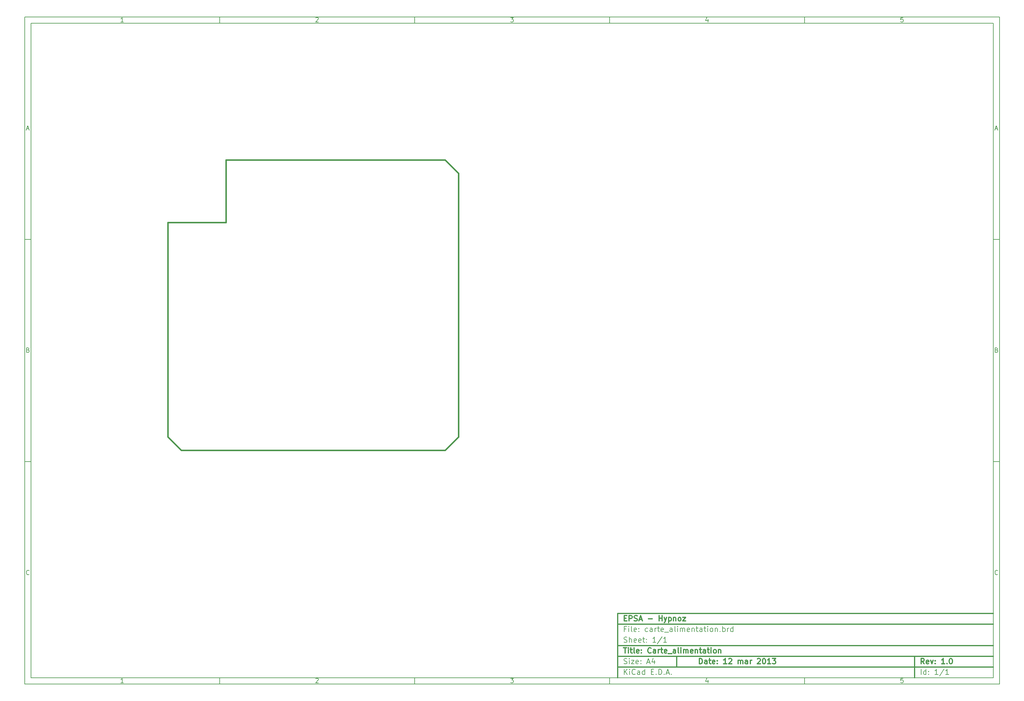
<source format=gbr>
G04 (created by PCBNEW-RS274X (2012-01-19 BZR 3256)-stable) date 12/03/2013 15:56:19*
G01*
G70*
G90*
%MOIN*%
G04 Gerber Fmt 3.4, Leading zero omitted, Abs format*
%FSLAX34Y34*%
G04 APERTURE LIST*
%ADD10C,0.006000*%
%ADD11C,0.012000*%
%ADD12C,0.015000*%
G04 APERTURE END LIST*
G54D10*
X04000Y-04000D02*
X113000Y-04000D01*
X113000Y-78670D01*
X04000Y-78670D01*
X04000Y-04000D01*
X04700Y-04700D02*
X112300Y-04700D01*
X112300Y-77970D01*
X04700Y-77970D01*
X04700Y-04700D01*
X25800Y-04000D02*
X25800Y-04700D01*
X15043Y-04552D02*
X14757Y-04552D01*
X14900Y-04552D02*
X14900Y-04052D01*
X14852Y-04124D01*
X14805Y-04171D01*
X14757Y-04195D01*
X25800Y-78670D02*
X25800Y-77970D01*
X15043Y-78522D02*
X14757Y-78522D01*
X14900Y-78522D02*
X14900Y-78022D01*
X14852Y-78094D01*
X14805Y-78141D01*
X14757Y-78165D01*
X47600Y-04000D02*
X47600Y-04700D01*
X36557Y-04100D02*
X36581Y-04076D01*
X36629Y-04052D01*
X36748Y-04052D01*
X36795Y-04076D01*
X36819Y-04100D01*
X36843Y-04148D01*
X36843Y-04195D01*
X36819Y-04267D01*
X36533Y-04552D01*
X36843Y-04552D01*
X47600Y-78670D02*
X47600Y-77970D01*
X36557Y-78070D02*
X36581Y-78046D01*
X36629Y-78022D01*
X36748Y-78022D01*
X36795Y-78046D01*
X36819Y-78070D01*
X36843Y-78118D01*
X36843Y-78165D01*
X36819Y-78237D01*
X36533Y-78522D01*
X36843Y-78522D01*
X69400Y-04000D02*
X69400Y-04700D01*
X58333Y-04052D02*
X58643Y-04052D01*
X58476Y-04243D01*
X58548Y-04243D01*
X58595Y-04267D01*
X58619Y-04290D01*
X58643Y-04338D01*
X58643Y-04457D01*
X58619Y-04505D01*
X58595Y-04529D01*
X58548Y-04552D01*
X58405Y-04552D01*
X58357Y-04529D01*
X58333Y-04505D01*
X69400Y-78670D02*
X69400Y-77970D01*
X58333Y-78022D02*
X58643Y-78022D01*
X58476Y-78213D01*
X58548Y-78213D01*
X58595Y-78237D01*
X58619Y-78260D01*
X58643Y-78308D01*
X58643Y-78427D01*
X58619Y-78475D01*
X58595Y-78499D01*
X58548Y-78522D01*
X58405Y-78522D01*
X58357Y-78499D01*
X58333Y-78475D01*
X91200Y-04000D02*
X91200Y-04700D01*
X80395Y-04219D02*
X80395Y-04552D01*
X80276Y-04029D02*
X80157Y-04386D01*
X80467Y-04386D01*
X91200Y-78670D02*
X91200Y-77970D01*
X80395Y-78189D02*
X80395Y-78522D01*
X80276Y-77999D02*
X80157Y-78356D01*
X80467Y-78356D01*
X102219Y-04052D02*
X101981Y-04052D01*
X101957Y-04290D01*
X101981Y-04267D01*
X102029Y-04243D01*
X102148Y-04243D01*
X102195Y-04267D01*
X102219Y-04290D01*
X102243Y-04338D01*
X102243Y-04457D01*
X102219Y-04505D01*
X102195Y-04529D01*
X102148Y-04552D01*
X102029Y-04552D01*
X101981Y-04529D01*
X101957Y-04505D01*
X102219Y-78022D02*
X101981Y-78022D01*
X101957Y-78260D01*
X101981Y-78237D01*
X102029Y-78213D01*
X102148Y-78213D01*
X102195Y-78237D01*
X102219Y-78260D01*
X102243Y-78308D01*
X102243Y-78427D01*
X102219Y-78475D01*
X102195Y-78499D01*
X102148Y-78522D01*
X102029Y-78522D01*
X101981Y-78499D01*
X101957Y-78475D01*
X04000Y-28890D02*
X04700Y-28890D01*
X04231Y-16510D02*
X04469Y-16510D01*
X04184Y-16652D02*
X04350Y-16152D01*
X04517Y-16652D01*
X113000Y-28890D02*
X112300Y-28890D01*
X112531Y-16510D02*
X112769Y-16510D01*
X112484Y-16652D02*
X112650Y-16152D01*
X112817Y-16652D01*
X04000Y-53780D02*
X04700Y-53780D01*
X04386Y-41280D02*
X04457Y-41304D01*
X04481Y-41328D01*
X04505Y-41376D01*
X04505Y-41447D01*
X04481Y-41495D01*
X04457Y-41519D01*
X04410Y-41542D01*
X04219Y-41542D01*
X04219Y-41042D01*
X04386Y-41042D01*
X04433Y-41066D01*
X04457Y-41090D01*
X04481Y-41138D01*
X04481Y-41185D01*
X04457Y-41233D01*
X04433Y-41257D01*
X04386Y-41280D01*
X04219Y-41280D01*
X113000Y-53780D02*
X112300Y-53780D01*
X112686Y-41280D02*
X112757Y-41304D01*
X112781Y-41328D01*
X112805Y-41376D01*
X112805Y-41447D01*
X112781Y-41495D01*
X112757Y-41519D01*
X112710Y-41542D01*
X112519Y-41542D01*
X112519Y-41042D01*
X112686Y-41042D01*
X112733Y-41066D01*
X112757Y-41090D01*
X112781Y-41138D01*
X112781Y-41185D01*
X112757Y-41233D01*
X112733Y-41257D01*
X112686Y-41280D01*
X112519Y-41280D01*
X04505Y-66385D02*
X04481Y-66409D01*
X04410Y-66432D01*
X04362Y-66432D01*
X04290Y-66409D01*
X04243Y-66361D01*
X04219Y-66313D01*
X04195Y-66218D01*
X04195Y-66147D01*
X04219Y-66051D01*
X04243Y-66004D01*
X04290Y-65956D01*
X04362Y-65932D01*
X04410Y-65932D01*
X04481Y-65956D01*
X04505Y-65980D01*
X112805Y-66385D02*
X112781Y-66409D01*
X112710Y-66432D01*
X112662Y-66432D01*
X112590Y-66409D01*
X112543Y-66361D01*
X112519Y-66313D01*
X112495Y-66218D01*
X112495Y-66147D01*
X112519Y-66051D01*
X112543Y-66004D01*
X112590Y-65956D01*
X112662Y-65932D01*
X112710Y-65932D01*
X112781Y-65956D01*
X112805Y-65980D01*
G54D11*
X79443Y-76413D02*
X79443Y-75813D01*
X79586Y-75813D01*
X79671Y-75841D01*
X79729Y-75899D01*
X79757Y-75956D01*
X79786Y-76070D01*
X79786Y-76156D01*
X79757Y-76270D01*
X79729Y-76327D01*
X79671Y-76384D01*
X79586Y-76413D01*
X79443Y-76413D01*
X80300Y-76413D02*
X80300Y-76099D01*
X80271Y-76041D01*
X80214Y-76013D01*
X80100Y-76013D01*
X80043Y-76041D01*
X80300Y-76384D02*
X80243Y-76413D01*
X80100Y-76413D01*
X80043Y-76384D01*
X80014Y-76327D01*
X80014Y-76270D01*
X80043Y-76213D01*
X80100Y-76184D01*
X80243Y-76184D01*
X80300Y-76156D01*
X80500Y-76013D02*
X80729Y-76013D01*
X80586Y-75813D02*
X80586Y-76327D01*
X80614Y-76384D01*
X80672Y-76413D01*
X80729Y-76413D01*
X81157Y-76384D02*
X81100Y-76413D01*
X80986Y-76413D01*
X80929Y-76384D01*
X80900Y-76327D01*
X80900Y-76099D01*
X80929Y-76041D01*
X80986Y-76013D01*
X81100Y-76013D01*
X81157Y-76041D01*
X81186Y-76099D01*
X81186Y-76156D01*
X80900Y-76213D01*
X81443Y-76356D02*
X81471Y-76384D01*
X81443Y-76413D01*
X81414Y-76384D01*
X81443Y-76356D01*
X81443Y-76413D01*
X81443Y-76041D02*
X81471Y-76070D01*
X81443Y-76099D01*
X81414Y-76070D01*
X81443Y-76041D01*
X81443Y-76099D01*
X82500Y-76413D02*
X82157Y-76413D01*
X82329Y-76413D02*
X82329Y-75813D01*
X82272Y-75899D01*
X82214Y-75956D01*
X82157Y-75984D01*
X82728Y-75870D02*
X82757Y-75841D01*
X82814Y-75813D01*
X82957Y-75813D01*
X83014Y-75841D01*
X83043Y-75870D01*
X83071Y-75927D01*
X83071Y-75984D01*
X83043Y-76070D01*
X82700Y-76413D01*
X83071Y-76413D01*
X83785Y-76413D02*
X83785Y-76013D01*
X83785Y-76070D02*
X83813Y-76041D01*
X83871Y-76013D01*
X83956Y-76013D01*
X84013Y-76041D01*
X84042Y-76099D01*
X84042Y-76413D01*
X84042Y-76099D02*
X84071Y-76041D01*
X84128Y-76013D01*
X84213Y-76013D01*
X84271Y-76041D01*
X84299Y-76099D01*
X84299Y-76413D01*
X84842Y-76413D02*
X84842Y-76099D01*
X84813Y-76041D01*
X84756Y-76013D01*
X84642Y-76013D01*
X84585Y-76041D01*
X84842Y-76384D02*
X84785Y-76413D01*
X84642Y-76413D01*
X84585Y-76384D01*
X84556Y-76327D01*
X84556Y-76270D01*
X84585Y-76213D01*
X84642Y-76184D01*
X84785Y-76184D01*
X84842Y-76156D01*
X85128Y-76413D02*
X85128Y-76013D01*
X85128Y-76127D02*
X85156Y-76070D01*
X85185Y-76041D01*
X85242Y-76013D01*
X85299Y-76013D01*
X85927Y-75870D02*
X85956Y-75841D01*
X86013Y-75813D01*
X86156Y-75813D01*
X86213Y-75841D01*
X86242Y-75870D01*
X86270Y-75927D01*
X86270Y-75984D01*
X86242Y-76070D01*
X85899Y-76413D01*
X86270Y-76413D01*
X86641Y-75813D02*
X86698Y-75813D01*
X86755Y-75841D01*
X86784Y-75870D01*
X86813Y-75927D01*
X86841Y-76041D01*
X86841Y-76184D01*
X86813Y-76299D01*
X86784Y-76356D01*
X86755Y-76384D01*
X86698Y-76413D01*
X86641Y-76413D01*
X86584Y-76384D01*
X86555Y-76356D01*
X86527Y-76299D01*
X86498Y-76184D01*
X86498Y-76041D01*
X86527Y-75927D01*
X86555Y-75870D01*
X86584Y-75841D01*
X86641Y-75813D01*
X87412Y-76413D02*
X87069Y-76413D01*
X87241Y-76413D02*
X87241Y-75813D01*
X87184Y-75899D01*
X87126Y-75956D01*
X87069Y-75984D01*
X87612Y-75813D02*
X87983Y-75813D01*
X87783Y-76041D01*
X87869Y-76041D01*
X87926Y-76070D01*
X87955Y-76099D01*
X87983Y-76156D01*
X87983Y-76299D01*
X87955Y-76356D01*
X87926Y-76384D01*
X87869Y-76413D01*
X87697Y-76413D01*
X87640Y-76384D01*
X87612Y-76356D01*
G54D10*
X71043Y-77613D02*
X71043Y-77013D01*
X71386Y-77613D02*
X71129Y-77270D01*
X71386Y-77013D02*
X71043Y-77356D01*
X71643Y-77613D02*
X71643Y-77213D01*
X71643Y-77013D02*
X71614Y-77041D01*
X71643Y-77070D01*
X71671Y-77041D01*
X71643Y-77013D01*
X71643Y-77070D01*
X72272Y-77556D02*
X72243Y-77584D01*
X72157Y-77613D01*
X72100Y-77613D01*
X72015Y-77584D01*
X71957Y-77527D01*
X71929Y-77470D01*
X71900Y-77356D01*
X71900Y-77270D01*
X71929Y-77156D01*
X71957Y-77099D01*
X72015Y-77041D01*
X72100Y-77013D01*
X72157Y-77013D01*
X72243Y-77041D01*
X72272Y-77070D01*
X72786Y-77613D02*
X72786Y-77299D01*
X72757Y-77241D01*
X72700Y-77213D01*
X72586Y-77213D01*
X72529Y-77241D01*
X72786Y-77584D02*
X72729Y-77613D01*
X72586Y-77613D01*
X72529Y-77584D01*
X72500Y-77527D01*
X72500Y-77470D01*
X72529Y-77413D01*
X72586Y-77384D01*
X72729Y-77384D01*
X72786Y-77356D01*
X73329Y-77613D02*
X73329Y-77013D01*
X73329Y-77584D02*
X73272Y-77613D01*
X73158Y-77613D01*
X73100Y-77584D01*
X73072Y-77556D01*
X73043Y-77499D01*
X73043Y-77327D01*
X73072Y-77270D01*
X73100Y-77241D01*
X73158Y-77213D01*
X73272Y-77213D01*
X73329Y-77241D01*
X74072Y-77299D02*
X74272Y-77299D01*
X74358Y-77613D02*
X74072Y-77613D01*
X74072Y-77013D01*
X74358Y-77013D01*
X74615Y-77556D02*
X74643Y-77584D01*
X74615Y-77613D01*
X74586Y-77584D01*
X74615Y-77556D01*
X74615Y-77613D01*
X74901Y-77613D02*
X74901Y-77013D01*
X75044Y-77013D01*
X75129Y-77041D01*
X75187Y-77099D01*
X75215Y-77156D01*
X75244Y-77270D01*
X75244Y-77356D01*
X75215Y-77470D01*
X75187Y-77527D01*
X75129Y-77584D01*
X75044Y-77613D01*
X74901Y-77613D01*
X75501Y-77556D02*
X75529Y-77584D01*
X75501Y-77613D01*
X75472Y-77584D01*
X75501Y-77556D01*
X75501Y-77613D01*
X75758Y-77441D02*
X76044Y-77441D01*
X75701Y-77613D02*
X75901Y-77013D01*
X76101Y-77613D01*
X76301Y-77556D02*
X76329Y-77584D01*
X76301Y-77613D01*
X76272Y-77584D01*
X76301Y-77556D01*
X76301Y-77613D01*
G54D11*
X104586Y-76413D02*
X104386Y-76127D01*
X104243Y-76413D02*
X104243Y-75813D01*
X104471Y-75813D01*
X104529Y-75841D01*
X104557Y-75870D01*
X104586Y-75927D01*
X104586Y-76013D01*
X104557Y-76070D01*
X104529Y-76099D01*
X104471Y-76127D01*
X104243Y-76127D01*
X105071Y-76384D02*
X105014Y-76413D01*
X104900Y-76413D01*
X104843Y-76384D01*
X104814Y-76327D01*
X104814Y-76099D01*
X104843Y-76041D01*
X104900Y-76013D01*
X105014Y-76013D01*
X105071Y-76041D01*
X105100Y-76099D01*
X105100Y-76156D01*
X104814Y-76213D01*
X105300Y-76013D02*
X105443Y-76413D01*
X105585Y-76013D01*
X105814Y-76356D02*
X105842Y-76384D01*
X105814Y-76413D01*
X105785Y-76384D01*
X105814Y-76356D01*
X105814Y-76413D01*
X105814Y-76041D02*
X105842Y-76070D01*
X105814Y-76099D01*
X105785Y-76070D01*
X105814Y-76041D01*
X105814Y-76099D01*
X106871Y-76413D02*
X106528Y-76413D01*
X106700Y-76413D02*
X106700Y-75813D01*
X106643Y-75899D01*
X106585Y-75956D01*
X106528Y-75984D01*
X107128Y-76356D02*
X107156Y-76384D01*
X107128Y-76413D01*
X107099Y-76384D01*
X107128Y-76356D01*
X107128Y-76413D01*
X107528Y-75813D02*
X107585Y-75813D01*
X107642Y-75841D01*
X107671Y-75870D01*
X107700Y-75927D01*
X107728Y-76041D01*
X107728Y-76184D01*
X107700Y-76299D01*
X107671Y-76356D01*
X107642Y-76384D01*
X107585Y-76413D01*
X107528Y-76413D01*
X107471Y-76384D01*
X107442Y-76356D01*
X107414Y-76299D01*
X107385Y-76184D01*
X107385Y-76041D01*
X107414Y-75927D01*
X107442Y-75870D01*
X107471Y-75841D01*
X107528Y-75813D01*
G54D10*
X71014Y-76384D02*
X71100Y-76413D01*
X71243Y-76413D01*
X71300Y-76384D01*
X71329Y-76356D01*
X71357Y-76299D01*
X71357Y-76241D01*
X71329Y-76184D01*
X71300Y-76156D01*
X71243Y-76127D01*
X71129Y-76099D01*
X71071Y-76070D01*
X71043Y-76041D01*
X71014Y-75984D01*
X71014Y-75927D01*
X71043Y-75870D01*
X71071Y-75841D01*
X71129Y-75813D01*
X71271Y-75813D01*
X71357Y-75841D01*
X71614Y-76413D02*
X71614Y-76013D01*
X71614Y-75813D02*
X71585Y-75841D01*
X71614Y-75870D01*
X71642Y-75841D01*
X71614Y-75813D01*
X71614Y-75870D01*
X71843Y-76013D02*
X72157Y-76013D01*
X71843Y-76413D01*
X72157Y-76413D01*
X72614Y-76384D02*
X72557Y-76413D01*
X72443Y-76413D01*
X72386Y-76384D01*
X72357Y-76327D01*
X72357Y-76099D01*
X72386Y-76041D01*
X72443Y-76013D01*
X72557Y-76013D01*
X72614Y-76041D01*
X72643Y-76099D01*
X72643Y-76156D01*
X72357Y-76213D01*
X72900Y-76356D02*
X72928Y-76384D01*
X72900Y-76413D01*
X72871Y-76384D01*
X72900Y-76356D01*
X72900Y-76413D01*
X72900Y-76041D02*
X72928Y-76070D01*
X72900Y-76099D01*
X72871Y-76070D01*
X72900Y-76041D01*
X72900Y-76099D01*
X73614Y-76241D02*
X73900Y-76241D01*
X73557Y-76413D02*
X73757Y-75813D01*
X73957Y-76413D01*
X74414Y-76013D02*
X74414Y-76413D01*
X74271Y-75784D02*
X74128Y-76213D01*
X74500Y-76213D01*
X104243Y-77613D02*
X104243Y-77013D01*
X104786Y-77613D02*
X104786Y-77013D01*
X104786Y-77584D02*
X104729Y-77613D01*
X104615Y-77613D01*
X104557Y-77584D01*
X104529Y-77556D01*
X104500Y-77499D01*
X104500Y-77327D01*
X104529Y-77270D01*
X104557Y-77241D01*
X104615Y-77213D01*
X104729Y-77213D01*
X104786Y-77241D01*
X105072Y-77556D02*
X105100Y-77584D01*
X105072Y-77613D01*
X105043Y-77584D01*
X105072Y-77556D01*
X105072Y-77613D01*
X105072Y-77241D02*
X105100Y-77270D01*
X105072Y-77299D01*
X105043Y-77270D01*
X105072Y-77241D01*
X105072Y-77299D01*
X106129Y-77613D02*
X105786Y-77613D01*
X105958Y-77613D02*
X105958Y-77013D01*
X105901Y-77099D01*
X105843Y-77156D01*
X105786Y-77184D01*
X106814Y-76984D02*
X106300Y-77756D01*
X107329Y-77613D02*
X106986Y-77613D01*
X107158Y-77613D02*
X107158Y-77013D01*
X107101Y-77099D01*
X107043Y-77156D01*
X106986Y-77184D01*
G54D11*
X70957Y-74613D02*
X71300Y-74613D01*
X71129Y-75213D02*
X71129Y-74613D01*
X71500Y-75213D02*
X71500Y-74813D01*
X71500Y-74613D02*
X71471Y-74641D01*
X71500Y-74670D01*
X71528Y-74641D01*
X71500Y-74613D01*
X71500Y-74670D01*
X71700Y-74813D02*
X71929Y-74813D01*
X71786Y-74613D02*
X71786Y-75127D01*
X71814Y-75184D01*
X71872Y-75213D01*
X71929Y-75213D01*
X72215Y-75213D02*
X72157Y-75184D01*
X72129Y-75127D01*
X72129Y-74613D01*
X72671Y-75184D02*
X72614Y-75213D01*
X72500Y-75213D01*
X72443Y-75184D01*
X72414Y-75127D01*
X72414Y-74899D01*
X72443Y-74841D01*
X72500Y-74813D01*
X72614Y-74813D01*
X72671Y-74841D01*
X72700Y-74899D01*
X72700Y-74956D01*
X72414Y-75013D01*
X72957Y-75156D02*
X72985Y-75184D01*
X72957Y-75213D01*
X72928Y-75184D01*
X72957Y-75156D01*
X72957Y-75213D01*
X72957Y-74841D02*
X72985Y-74870D01*
X72957Y-74899D01*
X72928Y-74870D01*
X72957Y-74841D01*
X72957Y-74899D01*
X74043Y-75156D02*
X74014Y-75184D01*
X73928Y-75213D01*
X73871Y-75213D01*
X73786Y-75184D01*
X73728Y-75127D01*
X73700Y-75070D01*
X73671Y-74956D01*
X73671Y-74870D01*
X73700Y-74756D01*
X73728Y-74699D01*
X73786Y-74641D01*
X73871Y-74613D01*
X73928Y-74613D01*
X74014Y-74641D01*
X74043Y-74670D01*
X74557Y-75213D02*
X74557Y-74899D01*
X74528Y-74841D01*
X74471Y-74813D01*
X74357Y-74813D01*
X74300Y-74841D01*
X74557Y-75184D02*
X74500Y-75213D01*
X74357Y-75213D01*
X74300Y-75184D01*
X74271Y-75127D01*
X74271Y-75070D01*
X74300Y-75013D01*
X74357Y-74984D01*
X74500Y-74984D01*
X74557Y-74956D01*
X74843Y-75213D02*
X74843Y-74813D01*
X74843Y-74927D02*
X74871Y-74870D01*
X74900Y-74841D01*
X74957Y-74813D01*
X75014Y-74813D01*
X75128Y-74813D02*
X75357Y-74813D01*
X75214Y-74613D02*
X75214Y-75127D01*
X75242Y-75184D01*
X75300Y-75213D01*
X75357Y-75213D01*
X75785Y-75184D02*
X75728Y-75213D01*
X75614Y-75213D01*
X75557Y-75184D01*
X75528Y-75127D01*
X75528Y-74899D01*
X75557Y-74841D01*
X75614Y-74813D01*
X75728Y-74813D01*
X75785Y-74841D01*
X75814Y-74899D01*
X75814Y-74956D01*
X75528Y-75013D01*
X75928Y-75270D02*
X76385Y-75270D01*
X76785Y-75213D02*
X76785Y-74899D01*
X76756Y-74841D01*
X76699Y-74813D01*
X76585Y-74813D01*
X76528Y-74841D01*
X76785Y-75184D02*
X76728Y-75213D01*
X76585Y-75213D01*
X76528Y-75184D01*
X76499Y-75127D01*
X76499Y-75070D01*
X76528Y-75013D01*
X76585Y-74984D01*
X76728Y-74984D01*
X76785Y-74956D01*
X77157Y-75213D02*
X77099Y-75184D01*
X77071Y-75127D01*
X77071Y-74613D01*
X77385Y-75213D02*
X77385Y-74813D01*
X77385Y-74613D02*
X77356Y-74641D01*
X77385Y-74670D01*
X77413Y-74641D01*
X77385Y-74613D01*
X77385Y-74670D01*
X77671Y-75213D02*
X77671Y-74813D01*
X77671Y-74870D02*
X77699Y-74841D01*
X77757Y-74813D01*
X77842Y-74813D01*
X77899Y-74841D01*
X77928Y-74899D01*
X77928Y-75213D01*
X77928Y-74899D02*
X77957Y-74841D01*
X78014Y-74813D01*
X78099Y-74813D01*
X78157Y-74841D01*
X78185Y-74899D01*
X78185Y-75213D01*
X78699Y-75184D02*
X78642Y-75213D01*
X78528Y-75213D01*
X78471Y-75184D01*
X78442Y-75127D01*
X78442Y-74899D01*
X78471Y-74841D01*
X78528Y-74813D01*
X78642Y-74813D01*
X78699Y-74841D01*
X78728Y-74899D01*
X78728Y-74956D01*
X78442Y-75013D01*
X78985Y-74813D02*
X78985Y-75213D01*
X78985Y-74870D02*
X79013Y-74841D01*
X79071Y-74813D01*
X79156Y-74813D01*
X79213Y-74841D01*
X79242Y-74899D01*
X79242Y-75213D01*
X79442Y-74813D02*
X79671Y-74813D01*
X79528Y-74613D02*
X79528Y-75127D01*
X79556Y-75184D01*
X79614Y-75213D01*
X79671Y-75213D01*
X80128Y-75213D02*
X80128Y-74899D01*
X80099Y-74841D01*
X80042Y-74813D01*
X79928Y-74813D01*
X79871Y-74841D01*
X80128Y-75184D02*
X80071Y-75213D01*
X79928Y-75213D01*
X79871Y-75184D01*
X79842Y-75127D01*
X79842Y-75070D01*
X79871Y-75013D01*
X79928Y-74984D01*
X80071Y-74984D01*
X80128Y-74956D01*
X80328Y-74813D02*
X80557Y-74813D01*
X80414Y-74613D02*
X80414Y-75127D01*
X80442Y-75184D01*
X80500Y-75213D01*
X80557Y-75213D01*
X80757Y-75213D02*
X80757Y-74813D01*
X80757Y-74613D02*
X80728Y-74641D01*
X80757Y-74670D01*
X80785Y-74641D01*
X80757Y-74613D01*
X80757Y-74670D01*
X81129Y-75213D02*
X81071Y-75184D01*
X81043Y-75156D01*
X81014Y-75099D01*
X81014Y-74927D01*
X81043Y-74870D01*
X81071Y-74841D01*
X81129Y-74813D01*
X81214Y-74813D01*
X81271Y-74841D01*
X81300Y-74870D01*
X81329Y-74927D01*
X81329Y-75099D01*
X81300Y-75156D01*
X81271Y-75184D01*
X81214Y-75213D01*
X81129Y-75213D01*
X81586Y-74813D02*
X81586Y-75213D01*
X81586Y-74870D02*
X81614Y-74841D01*
X81672Y-74813D01*
X81757Y-74813D01*
X81814Y-74841D01*
X81843Y-74899D01*
X81843Y-75213D01*
G54D10*
X71243Y-72499D02*
X71043Y-72499D01*
X71043Y-72813D02*
X71043Y-72213D01*
X71329Y-72213D01*
X71557Y-72813D02*
X71557Y-72413D01*
X71557Y-72213D02*
X71528Y-72241D01*
X71557Y-72270D01*
X71585Y-72241D01*
X71557Y-72213D01*
X71557Y-72270D01*
X71929Y-72813D02*
X71871Y-72784D01*
X71843Y-72727D01*
X71843Y-72213D01*
X72385Y-72784D02*
X72328Y-72813D01*
X72214Y-72813D01*
X72157Y-72784D01*
X72128Y-72727D01*
X72128Y-72499D01*
X72157Y-72441D01*
X72214Y-72413D01*
X72328Y-72413D01*
X72385Y-72441D01*
X72414Y-72499D01*
X72414Y-72556D01*
X72128Y-72613D01*
X72671Y-72756D02*
X72699Y-72784D01*
X72671Y-72813D01*
X72642Y-72784D01*
X72671Y-72756D01*
X72671Y-72813D01*
X72671Y-72441D02*
X72699Y-72470D01*
X72671Y-72499D01*
X72642Y-72470D01*
X72671Y-72441D01*
X72671Y-72499D01*
X73671Y-72784D02*
X73614Y-72813D01*
X73500Y-72813D01*
X73442Y-72784D01*
X73414Y-72756D01*
X73385Y-72699D01*
X73385Y-72527D01*
X73414Y-72470D01*
X73442Y-72441D01*
X73500Y-72413D01*
X73614Y-72413D01*
X73671Y-72441D01*
X74185Y-72813D02*
X74185Y-72499D01*
X74156Y-72441D01*
X74099Y-72413D01*
X73985Y-72413D01*
X73928Y-72441D01*
X74185Y-72784D02*
X74128Y-72813D01*
X73985Y-72813D01*
X73928Y-72784D01*
X73899Y-72727D01*
X73899Y-72670D01*
X73928Y-72613D01*
X73985Y-72584D01*
X74128Y-72584D01*
X74185Y-72556D01*
X74471Y-72813D02*
X74471Y-72413D01*
X74471Y-72527D02*
X74499Y-72470D01*
X74528Y-72441D01*
X74585Y-72413D01*
X74642Y-72413D01*
X74756Y-72413D02*
X74985Y-72413D01*
X74842Y-72213D02*
X74842Y-72727D01*
X74870Y-72784D01*
X74928Y-72813D01*
X74985Y-72813D01*
X75413Y-72784D02*
X75356Y-72813D01*
X75242Y-72813D01*
X75185Y-72784D01*
X75156Y-72727D01*
X75156Y-72499D01*
X75185Y-72441D01*
X75242Y-72413D01*
X75356Y-72413D01*
X75413Y-72441D01*
X75442Y-72499D01*
X75442Y-72556D01*
X75156Y-72613D01*
X75556Y-72870D02*
X76013Y-72870D01*
X76413Y-72813D02*
X76413Y-72499D01*
X76384Y-72441D01*
X76327Y-72413D01*
X76213Y-72413D01*
X76156Y-72441D01*
X76413Y-72784D02*
X76356Y-72813D01*
X76213Y-72813D01*
X76156Y-72784D01*
X76127Y-72727D01*
X76127Y-72670D01*
X76156Y-72613D01*
X76213Y-72584D01*
X76356Y-72584D01*
X76413Y-72556D01*
X76785Y-72813D02*
X76727Y-72784D01*
X76699Y-72727D01*
X76699Y-72213D01*
X77013Y-72813D02*
X77013Y-72413D01*
X77013Y-72213D02*
X76984Y-72241D01*
X77013Y-72270D01*
X77041Y-72241D01*
X77013Y-72213D01*
X77013Y-72270D01*
X77299Y-72813D02*
X77299Y-72413D01*
X77299Y-72470D02*
X77327Y-72441D01*
X77385Y-72413D01*
X77470Y-72413D01*
X77527Y-72441D01*
X77556Y-72499D01*
X77556Y-72813D01*
X77556Y-72499D02*
X77585Y-72441D01*
X77642Y-72413D01*
X77727Y-72413D01*
X77785Y-72441D01*
X77813Y-72499D01*
X77813Y-72813D01*
X78327Y-72784D02*
X78270Y-72813D01*
X78156Y-72813D01*
X78099Y-72784D01*
X78070Y-72727D01*
X78070Y-72499D01*
X78099Y-72441D01*
X78156Y-72413D01*
X78270Y-72413D01*
X78327Y-72441D01*
X78356Y-72499D01*
X78356Y-72556D01*
X78070Y-72613D01*
X78613Y-72413D02*
X78613Y-72813D01*
X78613Y-72470D02*
X78641Y-72441D01*
X78699Y-72413D01*
X78784Y-72413D01*
X78841Y-72441D01*
X78870Y-72499D01*
X78870Y-72813D01*
X79070Y-72413D02*
X79299Y-72413D01*
X79156Y-72213D02*
X79156Y-72727D01*
X79184Y-72784D01*
X79242Y-72813D01*
X79299Y-72813D01*
X79756Y-72813D02*
X79756Y-72499D01*
X79727Y-72441D01*
X79670Y-72413D01*
X79556Y-72413D01*
X79499Y-72441D01*
X79756Y-72784D02*
X79699Y-72813D01*
X79556Y-72813D01*
X79499Y-72784D01*
X79470Y-72727D01*
X79470Y-72670D01*
X79499Y-72613D01*
X79556Y-72584D01*
X79699Y-72584D01*
X79756Y-72556D01*
X79956Y-72413D02*
X80185Y-72413D01*
X80042Y-72213D02*
X80042Y-72727D01*
X80070Y-72784D01*
X80128Y-72813D01*
X80185Y-72813D01*
X80385Y-72813D02*
X80385Y-72413D01*
X80385Y-72213D02*
X80356Y-72241D01*
X80385Y-72270D01*
X80413Y-72241D01*
X80385Y-72213D01*
X80385Y-72270D01*
X80757Y-72813D02*
X80699Y-72784D01*
X80671Y-72756D01*
X80642Y-72699D01*
X80642Y-72527D01*
X80671Y-72470D01*
X80699Y-72441D01*
X80757Y-72413D01*
X80842Y-72413D01*
X80899Y-72441D01*
X80928Y-72470D01*
X80957Y-72527D01*
X80957Y-72699D01*
X80928Y-72756D01*
X80899Y-72784D01*
X80842Y-72813D01*
X80757Y-72813D01*
X81214Y-72413D02*
X81214Y-72813D01*
X81214Y-72470D02*
X81242Y-72441D01*
X81300Y-72413D01*
X81385Y-72413D01*
X81442Y-72441D01*
X81471Y-72499D01*
X81471Y-72813D01*
X81757Y-72756D02*
X81785Y-72784D01*
X81757Y-72813D01*
X81728Y-72784D01*
X81757Y-72756D01*
X81757Y-72813D01*
X82043Y-72813D02*
X82043Y-72213D01*
X82043Y-72441D02*
X82100Y-72413D01*
X82214Y-72413D01*
X82271Y-72441D01*
X82300Y-72470D01*
X82329Y-72527D01*
X82329Y-72699D01*
X82300Y-72756D01*
X82271Y-72784D01*
X82214Y-72813D01*
X82100Y-72813D01*
X82043Y-72784D01*
X82586Y-72813D02*
X82586Y-72413D01*
X82586Y-72527D02*
X82614Y-72470D01*
X82643Y-72441D01*
X82700Y-72413D01*
X82757Y-72413D01*
X83214Y-72813D02*
X83214Y-72213D01*
X83214Y-72784D02*
X83157Y-72813D01*
X83043Y-72813D01*
X82985Y-72784D01*
X82957Y-72756D01*
X82928Y-72699D01*
X82928Y-72527D01*
X82957Y-72470D01*
X82985Y-72441D01*
X83043Y-72413D01*
X83157Y-72413D01*
X83214Y-72441D01*
X71014Y-73984D02*
X71100Y-74013D01*
X71243Y-74013D01*
X71300Y-73984D01*
X71329Y-73956D01*
X71357Y-73899D01*
X71357Y-73841D01*
X71329Y-73784D01*
X71300Y-73756D01*
X71243Y-73727D01*
X71129Y-73699D01*
X71071Y-73670D01*
X71043Y-73641D01*
X71014Y-73584D01*
X71014Y-73527D01*
X71043Y-73470D01*
X71071Y-73441D01*
X71129Y-73413D01*
X71271Y-73413D01*
X71357Y-73441D01*
X71614Y-74013D02*
X71614Y-73413D01*
X71871Y-74013D02*
X71871Y-73699D01*
X71842Y-73641D01*
X71785Y-73613D01*
X71700Y-73613D01*
X71642Y-73641D01*
X71614Y-73670D01*
X72385Y-73984D02*
X72328Y-74013D01*
X72214Y-74013D01*
X72157Y-73984D01*
X72128Y-73927D01*
X72128Y-73699D01*
X72157Y-73641D01*
X72214Y-73613D01*
X72328Y-73613D01*
X72385Y-73641D01*
X72414Y-73699D01*
X72414Y-73756D01*
X72128Y-73813D01*
X72899Y-73984D02*
X72842Y-74013D01*
X72728Y-74013D01*
X72671Y-73984D01*
X72642Y-73927D01*
X72642Y-73699D01*
X72671Y-73641D01*
X72728Y-73613D01*
X72842Y-73613D01*
X72899Y-73641D01*
X72928Y-73699D01*
X72928Y-73756D01*
X72642Y-73813D01*
X73099Y-73613D02*
X73328Y-73613D01*
X73185Y-73413D02*
X73185Y-73927D01*
X73213Y-73984D01*
X73271Y-74013D01*
X73328Y-74013D01*
X73528Y-73956D02*
X73556Y-73984D01*
X73528Y-74013D01*
X73499Y-73984D01*
X73528Y-73956D01*
X73528Y-74013D01*
X73528Y-73641D02*
X73556Y-73670D01*
X73528Y-73699D01*
X73499Y-73670D01*
X73528Y-73641D01*
X73528Y-73699D01*
X74585Y-74013D02*
X74242Y-74013D01*
X74414Y-74013D02*
X74414Y-73413D01*
X74357Y-73499D01*
X74299Y-73556D01*
X74242Y-73584D01*
X75270Y-73384D02*
X74756Y-74156D01*
X75785Y-74013D02*
X75442Y-74013D01*
X75614Y-74013D02*
X75614Y-73413D01*
X75557Y-73499D01*
X75499Y-73556D01*
X75442Y-73584D01*
G54D11*
X71043Y-71299D02*
X71243Y-71299D01*
X71329Y-71613D02*
X71043Y-71613D01*
X71043Y-71013D01*
X71329Y-71013D01*
X71586Y-71613D02*
X71586Y-71013D01*
X71814Y-71013D01*
X71872Y-71041D01*
X71900Y-71070D01*
X71929Y-71127D01*
X71929Y-71213D01*
X71900Y-71270D01*
X71872Y-71299D01*
X71814Y-71327D01*
X71586Y-71327D01*
X72157Y-71584D02*
X72243Y-71613D01*
X72386Y-71613D01*
X72443Y-71584D01*
X72472Y-71556D01*
X72500Y-71499D01*
X72500Y-71441D01*
X72472Y-71384D01*
X72443Y-71356D01*
X72386Y-71327D01*
X72272Y-71299D01*
X72214Y-71270D01*
X72186Y-71241D01*
X72157Y-71184D01*
X72157Y-71127D01*
X72186Y-71070D01*
X72214Y-71041D01*
X72272Y-71013D01*
X72414Y-71013D01*
X72500Y-71041D01*
X72728Y-71441D02*
X73014Y-71441D01*
X72671Y-71613D02*
X72871Y-71013D01*
X73071Y-71613D01*
X73728Y-71384D02*
X74185Y-71384D01*
X74928Y-71613D02*
X74928Y-71013D01*
X74928Y-71299D02*
X75271Y-71299D01*
X75271Y-71613D02*
X75271Y-71013D01*
X75500Y-71213D02*
X75643Y-71613D01*
X75785Y-71213D02*
X75643Y-71613D01*
X75585Y-71756D01*
X75557Y-71784D01*
X75500Y-71813D01*
X76014Y-71213D02*
X76014Y-71813D01*
X76014Y-71241D02*
X76071Y-71213D01*
X76185Y-71213D01*
X76242Y-71241D01*
X76271Y-71270D01*
X76300Y-71327D01*
X76300Y-71499D01*
X76271Y-71556D01*
X76242Y-71584D01*
X76185Y-71613D01*
X76071Y-71613D01*
X76014Y-71584D01*
X76557Y-71213D02*
X76557Y-71613D01*
X76557Y-71270D02*
X76585Y-71241D01*
X76643Y-71213D01*
X76728Y-71213D01*
X76785Y-71241D01*
X76814Y-71299D01*
X76814Y-71613D01*
X77186Y-71613D02*
X77128Y-71584D01*
X77100Y-71556D01*
X77071Y-71499D01*
X77071Y-71327D01*
X77100Y-71270D01*
X77128Y-71241D01*
X77186Y-71213D01*
X77271Y-71213D01*
X77328Y-71241D01*
X77357Y-71270D01*
X77386Y-71327D01*
X77386Y-71499D01*
X77357Y-71556D01*
X77328Y-71584D01*
X77271Y-71613D01*
X77186Y-71613D01*
X77586Y-71213D02*
X77900Y-71213D01*
X77586Y-71613D01*
X77900Y-71613D01*
X70300Y-70770D02*
X70300Y-77970D01*
X70300Y-71970D02*
X112300Y-71970D01*
X70300Y-70770D02*
X112300Y-70770D01*
X70300Y-74370D02*
X112300Y-74370D01*
X103500Y-75570D02*
X103500Y-77970D01*
X70300Y-76770D02*
X112300Y-76770D01*
X70300Y-75570D02*
X112300Y-75570D01*
X76900Y-75570D02*
X76900Y-76770D01*
G54D12*
X26500Y-20000D02*
X51000Y-20000D01*
X20000Y-27000D02*
X20000Y-51000D01*
X20250Y-27000D02*
X20000Y-27000D01*
X26500Y-27000D02*
X20250Y-27000D01*
X26500Y-20000D02*
X26500Y-27000D01*
X52500Y-21500D02*
X52500Y-51000D01*
X51000Y-20000D02*
X52500Y-21500D01*
X21500Y-52500D02*
X20000Y-51000D01*
X51000Y-52500D02*
X21500Y-52500D01*
X52500Y-51000D02*
X51000Y-52500D01*
M02*

</source>
